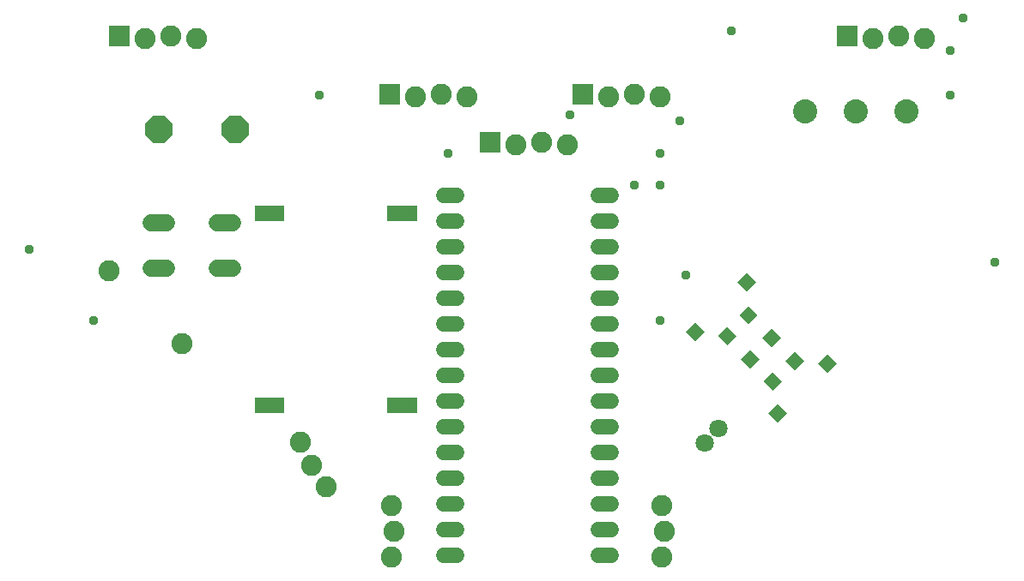
<source format=gbs>
G75*
%MOIN*%
%OFA0B0*%
%FSLAX25Y25*%
%IPPOS*%
%LPD*%
%AMOC8*
5,1,8,0,0,1.08239X$1,22.5*
%
%ADD10C,0.09400*%
%ADD11C,0.08200*%
%ADD12OC8,0.10800*%
%ADD13R,0.08200X0.08200*%
%ADD14C,0.05950*%
%ADD15C,0.06800*%
%ADD16R,0.05162X0.05162*%
%ADD17C,0.07099*%
%ADD18R,0.05950X0.05950*%
%ADD19C,0.03778*%
D10*
X0340115Y0202600D03*
X0359800Y0202600D03*
X0379485Y0202600D03*
D11*
X0386300Y0230800D03*
X0376300Y0231800D03*
X0366300Y0230800D03*
X0283800Y0208300D03*
X0273800Y0209300D03*
X0263800Y0208300D03*
X0247900Y0189500D03*
X0237900Y0190500D03*
X0227900Y0189500D03*
X0208800Y0208300D03*
X0198800Y0209300D03*
X0188800Y0208300D03*
X0103800Y0230800D03*
X0093800Y0231800D03*
X0083800Y0230800D03*
X0069658Y0140442D03*
X0097942Y0112158D03*
X0144233Y0074050D03*
X0148367Y0064890D03*
X0154233Y0056729D03*
X0179300Y0049400D03*
X0180300Y0039400D03*
X0179300Y0029400D03*
X0284300Y0029400D03*
X0285300Y0039400D03*
X0284300Y0049400D03*
D12*
X0118700Y0195500D03*
X0089100Y0195500D03*
D13*
X0073800Y0231800D03*
X0178800Y0209300D03*
X0217900Y0190500D03*
X0253800Y0209300D03*
X0356300Y0231800D03*
D14*
X0264775Y0169800D02*
X0259625Y0169800D01*
X0259625Y0159800D02*
X0264775Y0159800D01*
X0264775Y0149800D02*
X0259625Y0149800D01*
X0259625Y0139800D02*
X0264775Y0139800D01*
X0264775Y0129800D02*
X0259625Y0129800D01*
X0259625Y0119800D02*
X0264775Y0119800D01*
X0264775Y0109800D02*
X0259625Y0109800D01*
X0259625Y0099800D02*
X0264775Y0099800D01*
X0264775Y0089800D02*
X0259625Y0089800D01*
X0259625Y0079800D02*
X0264775Y0079800D01*
X0264775Y0069800D02*
X0259625Y0069800D01*
X0259625Y0059800D02*
X0264775Y0059800D01*
X0264775Y0049800D02*
X0259625Y0049800D01*
X0259625Y0039800D02*
X0264775Y0039800D01*
X0264775Y0029800D02*
X0259625Y0029800D01*
X0204775Y0029800D02*
X0199625Y0029800D01*
X0199625Y0039800D02*
X0204775Y0039800D01*
X0204775Y0049800D02*
X0199625Y0049800D01*
X0199625Y0059800D02*
X0204775Y0059800D01*
X0204775Y0069800D02*
X0199625Y0069800D01*
X0199625Y0079800D02*
X0204775Y0079800D01*
X0204775Y0089800D02*
X0199625Y0089800D01*
X0199625Y0099800D02*
X0204775Y0099800D01*
X0204775Y0109800D02*
X0199625Y0109800D01*
X0199625Y0119800D02*
X0204775Y0119800D01*
X0204775Y0129800D02*
X0199625Y0129800D01*
X0199625Y0139800D02*
X0204775Y0139800D01*
X0204775Y0149800D02*
X0199625Y0149800D01*
X0199625Y0159800D02*
X0204775Y0159800D01*
X0204775Y0169800D02*
X0199625Y0169800D01*
D15*
X0117800Y0159400D02*
X0111800Y0159400D01*
X0092200Y0159400D02*
X0086200Y0159400D01*
X0086200Y0141600D02*
X0092200Y0141600D01*
X0111800Y0141600D02*
X0117800Y0141600D01*
D16*
G36*
X0301201Y0116971D02*
X0297551Y0113321D01*
X0293901Y0116971D01*
X0297551Y0120621D01*
X0301201Y0116971D01*
G37*
G36*
X0313576Y0115203D02*
X0309926Y0111553D01*
X0306276Y0115203D01*
X0309926Y0118853D01*
X0313576Y0115203D01*
G37*
G36*
X0330688Y0114638D02*
X0327038Y0110988D01*
X0323388Y0114638D01*
X0327038Y0118288D01*
X0330688Y0114638D01*
G37*
G36*
X0339739Y0105728D02*
X0336089Y0102078D01*
X0332439Y0105728D01*
X0336089Y0109378D01*
X0339739Y0105728D01*
G37*
G36*
X0352466Y0104597D02*
X0348816Y0100947D01*
X0345166Y0104597D01*
X0348816Y0108247D01*
X0352466Y0104597D01*
G37*
G36*
X0331253Y0097526D02*
X0327603Y0093876D01*
X0323953Y0097526D01*
X0327603Y0101176D01*
X0331253Y0097526D01*
G37*
G36*
X0322414Y0106364D02*
X0318764Y0102714D01*
X0315114Y0106364D01*
X0318764Y0110014D01*
X0322414Y0106364D01*
G37*
G36*
X0321919Y0123406D02*
X0318269Y0119756D01*
X0314619Y0123406D01*
X0318269Y0127056D01*
X0321919Y0123406D01*
G37*
G36*
X0321000Y0136204D02*
X0317350Y0132554D01*
X0313700Y0136204D01*
X0317350Y0139854D01*
X0321000Y0136204D01*
G37*
G36*
X0333021Y0085151D02*
X0329371Y0081501D01*
X0325721Y0085151D01*
X0329371Y0088801D01*
X0333021Y0085151D01*
G37*
D17*
X0306584Y0079084D03*
X0301016Y0073516D03*
D18*
X0129312Y0088091D03*
X0134824Y0088091D03*
X0180769Y0088091D03*
X0186280Y0088091D03*
X0186280Y0162894D03*
X0180769Y0162894D03*
X0134824Y0162894D03*
X0129312Y0162894D03*
D19*
X0201300Y0186300D03*
X0248800Y0201300D03*
X0283800Y0186300D03*
X0291300Y0198800D03*
X0283800Y0173800D03*
X0273800Y0173800D03*
X0293800Y0138800D03*
X0283800Y0121300D03*
X0413800Y0143800D03*
X0396300Y0208800D03*
X0396300Y0226300D03*
X0401300Y0238800D03*
X0311300Y0233800D03*
X0151300Y0208800D03*
X0038800Y0148800D03*
X0063800Y0121300D03*
M02*

</source>
